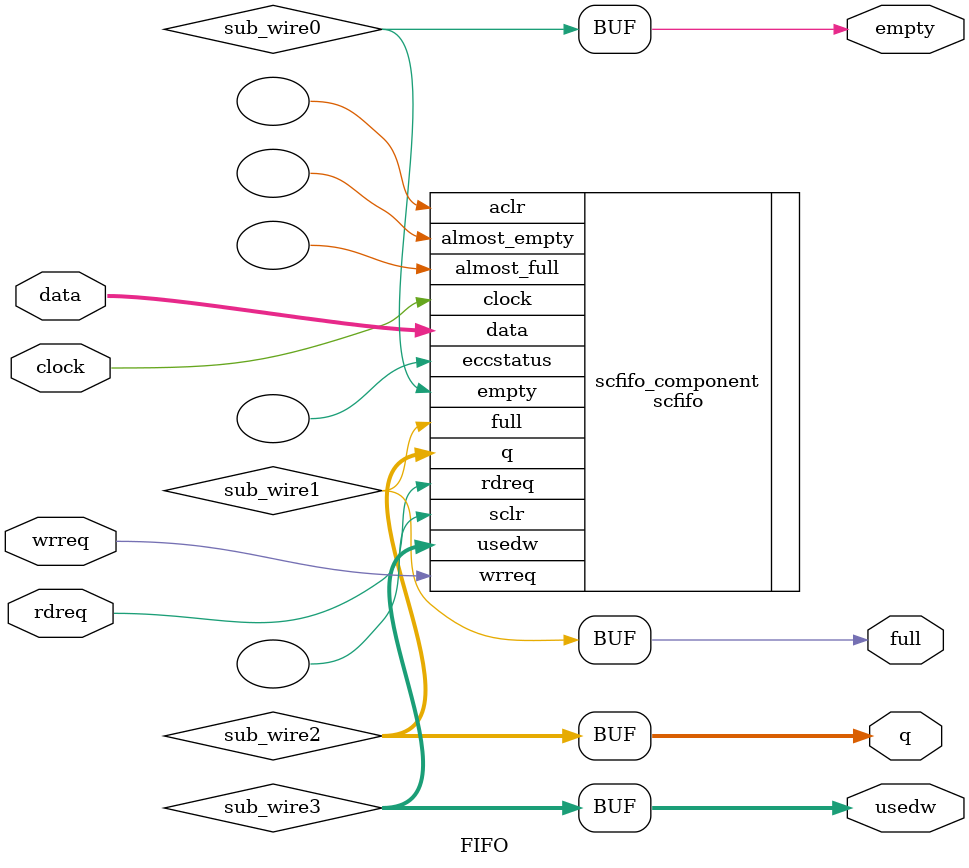
<source format=v>



// synopsys translate_off
`timescale 1 ps / 1 ps
// synopsys translate_on
module  FIFO
#(
	parameter DATA_WIDTH = 32,
	parameter FIFO_DEPTH = 32,
	parameter FIFO_ADDR_WIDTH = 5					// log(FILTER_BUFFER_DEPTH) / log 2
)
(
    clock,
    data,
    rdreq,
    wrreq,
    empty,
    full,
    q,
    usedw
);

    input    clock;
    input  [DATA_WIDTH-1:0]  data;
    input    rdreq;
    input    wrreq;
    output   empty;
    output   full;
    output [DATA_WIDTH-1:0]  q;
    output [FIFO_ADDR_WIDTH-1:0]  usedw;

    wire  sub_wire0;
    wire  sub_wire1;
    wire [DATA_WIDTH-1:0] sub_wire2;
    wire [FIFO_ADDR_WIDTH-1:0] sub_wire3;
    wire  empty = sub_wire0;
    wire  full = sub_wire1;
    wire [DATA_WIDTH-1:0] q = sub_wire2[DATA_WIDTH-1:0];
    wire [FIFO_ADDR_WIDTH-1:0] usedw = sub_wire3[FIFO_ADDR_WIDTH-1:0];

    scfifo  scfifo_component (
                .clock (clock),
                .data (data),
                .rdreq (rdreq),
                .wrreq (wrreq),
                .empty (sub_wire0),
                .full (sub_wire1),
                .q (sub_wire2),
                .usedw (sub_wire3),
                .aclr (),
                .almost_empty (),
                .almost_full (),
                .eccstatus (),
                .sclr ());
    defparam
        scfifo_component.add_ram_output_register  = "OFF",
        scfifo_component.enable_ecc  = "FALSE",
        scfifo_component.intended_device_family  = "Stratix 10",
        scfifo_component.lpm_numwords  = FIFO_DEPTH,
        scfifo_component.lpm_showahead  = "OFF",
        scfifo_component.lpm_type  = "scfifo",
        scfifo_component.lpm_width  = DATA_WIDTH,
        scfifo_component.lpm_widthu  = FIFO_ADDR_WIDTH,
        scfifo_component.overflow_checking  = "ON",
        scfifo_component.underflow_checking  = "ON",
        scfifo_component.use_eab  = "ON";


endmodule
</source>
